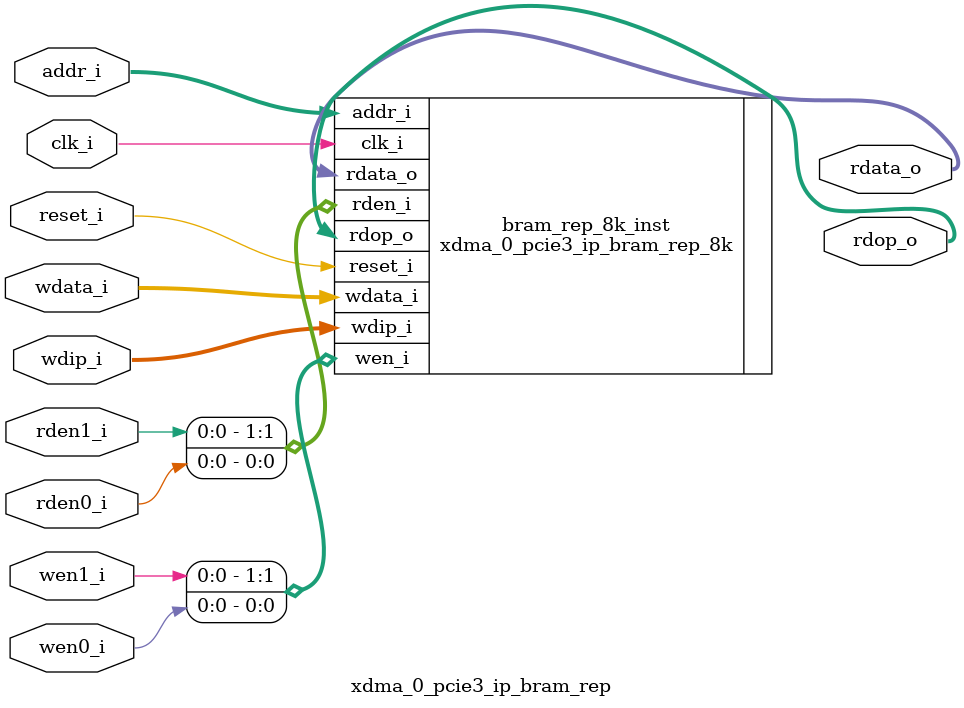
<source format=v>


`timescale 1ps/1ps

module xdma_0_pcie3_ip_bram_rep 
 #(
  parameter TCQ = 100
  ) (
  input  wire         clk_i,
  input  wire         reset_i,
  input  wire   [8:0] addr_i,
  input  wire [127:0] wdata_i,
  input  wire  [15:0] wdip_i,
  input  wire         wen0_i,
  input  wire         wen1_i,
  input  wire         rden0_i,
  input  wire         rden1_i,
  output wire [127:0] rdata_o,
  output wire  [15:0] rdop_o
  );

  xdma_0_pcie3_ip_bram_rep_8k 
 #(
    .TCQ (TCQ))
  bram_rep_8k_inst (
    .clk_i (clk_i),
    .reset_i (reset_i),
    .addr_i (addr_i[8:0]),
    .wdata_i (wdata_i[127:0]),
    .wdip_i (wdip_i[15:0]),
    .wen_i ({wen1_i, wen0_i}),
    .rden_i ({rden1_i,rden0_i}),
    .rdata_o (rdata_o[127:0]),
    .rdop_o (rdop_o[15:0])
  );

endmodule

</source>
